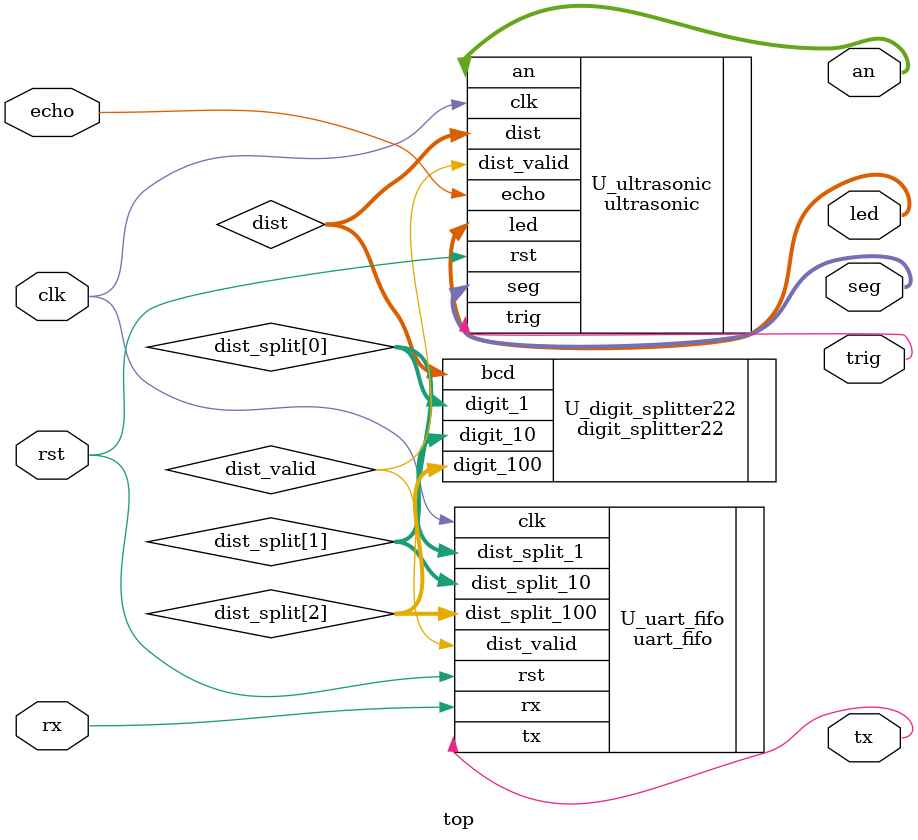
<source format=v>
`timescale 1ns / 1ps

module top(
    input clk,
    input rst,
    input echo,
    input rx,
    output trig,
    output [7:0] seg,
    output [3:0] an,
    output [4:0] led,
    output tx
    );

    wire [8:0] dist;
    // wire [7:0] rx_data;
    // wire rx_done;
    wire dist_valid;
    wire [3:0] dist_split [0:2];

    ultrasonic U_ultrasonic(
        .clk(clk),
        .rst(rst),
        .echo(echo),
        .trig(trig),
        .seg(seg),
        .an(an),
        .led(led),
        .dist(dist),
        .dist_valid(dist_valid)
    );

    digit_splitter22 U_digit_splitter22(
        .bcd(dist),
        .digit_1(dist_split[0]),
        .digit_10(dist_split[1]),
        .digit_100(dist_split[2])
    );

    uart_fifo U_uart_fifo(
        .clk(clk),
        .rst(rst),
        .rx(rx),
        .dist_split_1(dist_split[0]),
        .dist_split_10(dist_split[1]),
        .dist_split_100(dist_split[2]),
        .dist_valid(dist_valid),
        .tx(tx)
    );

endmodule

</source>
